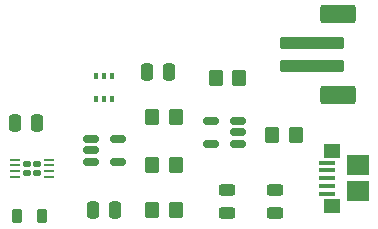
<source format=gbr>
%TF.GenerationSoftware,KiCad,Pcbnew,(6.0.10)*%
%TF.CreationDate,2023-02-04T18:20:05-05:00*%
%TF.ProjectId,lipo_charger,6c69706f-5f63-4686-9172-6765722e6b69,rev?*%
%TF.SameCoordinates,Original*%
%TF.FileFunction,Paste,Top*%
%TF.FilePolarity,Positive*%
%FSLAX46Y46*%
G04 Gerber Fmt 4.6, Leading zero omitted, Abs format (unit mm)*
G04 Created by KiCad (PCBNEW (6.0.10)) date 2023-02-04 18:20:05*
%MOMM*%
%LPD*%
G01*
G04 APERTURE LIST*
G04 Aperture macros list*
%AMRoundRect*
0 Rectangle with rounded corners*
0 $1 Rounding radius*
0 $2 $3 $4 $5 $6 $7 $8 $9 X,Y pos of 4 corners*
0 Add a 4 corners polygon primitive as box body*
4,1,4,$2,$3,$4,$5,$6,$7,$8,$9,$2,$3,0*
0 Add four circle primitives for the rounded corners*
1,1,$1+$1,$2,$3*
1,1,$1+$1,$4,$5*
1,1,$1+$1,$6,$7*
1,1,$1+$1,$8,$9*
0 Add four rect primitives between the rounded corners*
20,1,$1+$1,$2,$3,$4,$5,0*
20,1,$1+$1,$4,$5,$6,$7,0*
20,1,$1+$1,$6,$7,$8,$9,0*
20,1,$1+$1,$8,$9,$2,$3,0*%
G04 Aperture macros list end*
%ADD10RoundRect,0.250000X-2.500000X0.250000X-2.500000X-0.250000X2.500000X-0.250000X2.500000X0.250000X0*%
%ADD11RoundRect,0.250000X-1.250000X0.550000X-1.250000X-0.550000X1.250000X-0.550000X1.250000X0.550000X0*%
%ADD12RoundRect,0.250000X-0.250000X-0.475000X0.250000X-0.475000X0.250000X0.475000X-0.250000X0.475000X0*%
%ADD13R,0.420000X0.600000*%
%ADD14RoundRect,0.250000X0.350000X0.450000X-0.350000X0.450000X-0.350000X-0.450000X0.350000X-0.450000X0*%
%ADD15RoundRect,0.250000X-0.350000X-0.450000X0.350000X-0.450000X0.350000X0.450000X-0.350000X0.450000X0*%
%ADD16RoundRect,0.243750X0.456250X-0.243750X0.456250X0.243750X-0.456250X0.243750X-0.456250X-0.243750X0*%
%ADD17RoundRect,0.150000X-0.512500X-0.150000X0.512500X-0.150000X0.512500X0.150000X-0.512500X0.150000X0*%
%ADD18RoundRect,0.140000X-0.205000X-0.140000X0.205000X-0.140000X0.205000X0.140000X-0.205000X0.140000X0*%
%ADD19RoundRect,0.062500X-0.337500X-0.062500X0.337500X-0.062500X0.337500X0.062500X-0.337500X0.062500X0*%
%ADD20RoundRect,0.218750X-0.218750X-0.381250X0.218750X-0.381250X0.218750X0.381250X-0.218750X0.381250X0*%
%ADD21RoundRect,0.150000X0.512500X0.150000X-0.512500X0.150000X-0.512500X-0.150000X0.512500X-0.150000X0*%
%ADD22RoundRect,0.250000X0.250000X0.475000X-0.250000X0.475000X-0.250000X-0.475000X0.250000X-0.475000X0*%
%ADD23R,1.400000X0.400000*%
%ADD24R,1.900000X1.750000*%
%ADD25R,1.450000X1.150000*%
G04 APERTURE END LIST*
D10*
%TO.C,BT1*%
X159560000Y-110506000D03*
X159560000Y-112506000D03*
D11*
X161810000Y-108106000D03*
X161810000Y-114906000D03*
%TD*%
D12*
%TO.C,C2*%
X142936000Y-124714000D03*
X141036000Y-124714000D03*
%TD*%
D13*
%TO.C,Q1*%
X141336000Y-115250000D03*
X141986000Y-115250000D03*
X142636000Y-115250000D03*
X142636000Y-113350000D03*
X141986000Y-113350000D03*
X141336000Y-113350000D03*
%TD*%
D14*
%TO.C,R3*%
X158226000Y-118364000D03*
X156226000Y-118364000D03*
%TD*%
%TO.C,R1*%
X148066000Y-120904000D03*
X146066000Y-120904000D03*
%TD*%
D15*
%TO.C,R2*%
X146066000Y-116840000D03*
X148066000Y-116840000D03*
%TD*%
D16*
%TO.C,D1*%
X152400000Y-124889500D03*
X152400000Y-123014500D03*
%TD*%
D17*
%TO.C,U1*%
X140848500Y-118684000D03*
X140848500Y-119634000D03*
X140848500Y-120584000D03*
X143123500Y-120584000D03*
X143123500Y-118684000D03*
%TD*%
D18*
%TO.C,U2*%
X135465000Y-121508000D03*
X136315000Y-121508000D03*
X135465000Y-120808000D03*
X136315000Y-120808000D03*
D19*
X134440000Y-120408000D03*
X134440000Y-120908000D03*
X134440000Y-121408000D03*
X134440000Y-121908000D03*
X137340000Y-121908000D03*
X137340000Y-121408000D03*
X137340000Y-120908000D03*
X137340000Y-120408000D03*
%TD*%
D16*
%TO.C,D2*%
X156464000Y-124889500D03*
X156464000Y-123014500D03*
%TD*%
D20*
%TO.C,L1*%
X134573500Y-125222000D03*
X136698500Y-125222000D03*
%TD*%
D12*
%TO.C,C3*%
X145608000Y-113030000D03*
X147508000Y-113030000D03*
%TD*%
D21*
%TO.C,U3*%
X153283500Y-119060000D03*
X153283500Y-118110000D03*
X153283500Y-117160000D03*
X151008500Y-117160000D03*
X151008500Y-119060000D03*
%TD*%
D15*
%TO.C,R4*%
X151416000Y-113538000D03*
X153416000Y-113538000D03*
%TD*%
%TO.C,R5*%
X146066000Y-124714000D03*
X148066000Y-124714000D03*
%TD*%
D22*
%TO.C,C1*%
X136332000Y-117348000D03*
X134432000Y-117348000D03*
%TD*%
D23*
%TO.C,J1*%
X160830000Y-123280000D03*
X160830000Y-122630000D03*
X160830000Y-121980000D03*
X160830000Y-121330000D03*
X160830000Y-120680000D03*
D24*
X163480000Y-123105000D03*
X163480000Y-120855000D03*
D25*
X161250000Y-124300000D03*
X161250000Y-119660000D03*
%TD*%
M02*

</source>
